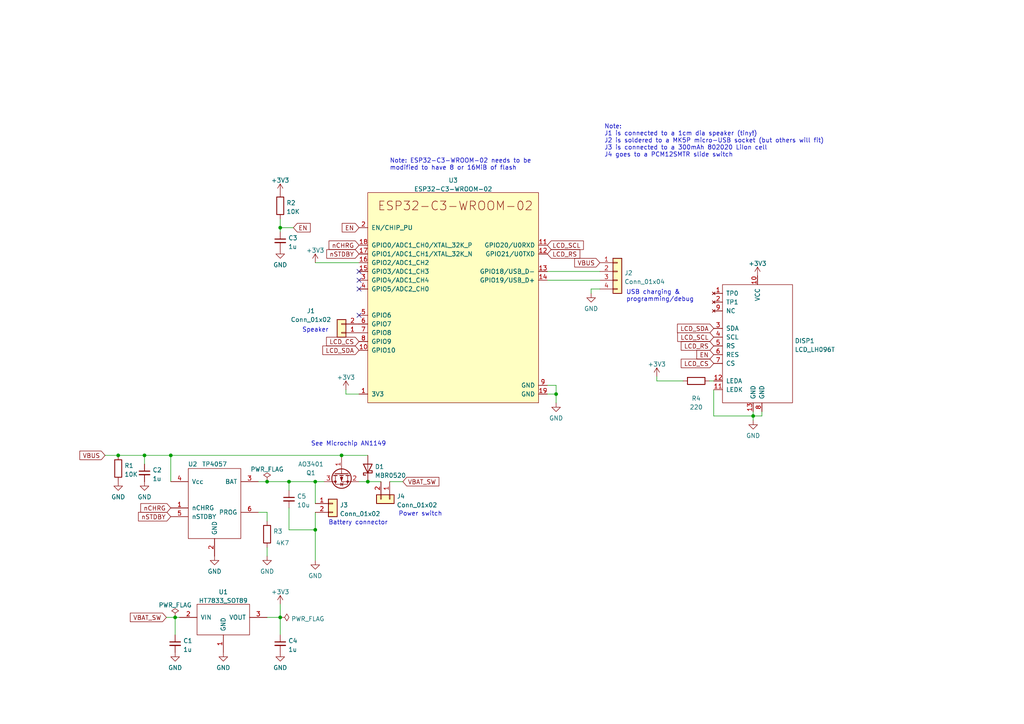
<source format=kicad_sch>
(kicad_sch (version 20211123) (generator eeschema)
  (paper "A4")
  (lib_symbols
    (symbol "Connector_Generic:Conn_01x02" (pin_names (offset 1.016) hide)
      (property "Reference" "J" (at 0 2.54 0))
      (property "Value" "Conn_01x02" (at 0 -5.08 0))
      (symbol "Conn_01x02_1_1"
        (rectangle (start -1.27 -2.413) (end 0 -2.667) (stroke (width 0.1524)))
        (rectangle (start -1.27 0.127) (end 0 -0.127) (stroke (width 0.1524)))
        (rectangle (start -1.27 1.27) (end 1.27 -3.81) (stroke (width 0.254)) (fill (type background)))
        (pin passive line (at -5.08 0 0) (length 3.81) (name "Pin_1") (number "1"))
        (pin passive line (at -5.08 -2.54 0) (length 3.81) (name "Pin_2") (number "2"))
      )
    )
    (symbol "Connector_Generic:Conn_01x04" (pin_names (offset 1.016) hide)
      (property "Reference" "J" (at 0 5.08 0))
      (property "Value" "Conn_01x04" (at 0 -7.62 0))
      (symbol "Conn_01x04_1_1"
        (rectangle (start -1.27 -4.953) (end 0 -5.207) (stroke (width 0.1524)))
        (rectangle (start -1.27 -2.413) (end 0 -2.667) (stroke (width 0.1524)))
        (rectangle (start -1.27 0.127) (end 0 -0.127) (stroke (width 0.1524)))
        (rectangle (start -1.27 2.667) (end 0 2.413) (stroke (width 0.1524)))
        (rectangle (start -1.27 3.81) (end 1.27 -6.35) (stroke (width 0.254)) (fill (type background)))
        (pin passive line (at -5.08 2.54 0) (length 3.81) (name "Pin_1") (number "1"))
        (pin passive line (at -5.08 0 0) (length 3.81) (name "Pin_2") (number "2"))
        (pin passive line (at -5.08 -2.54 0) (length 3.81) (name "Pin_3") (number "3"))
        (pin passive line (at -5.08 -5.08 0) (length 3.81) (name "Pin_4") (number "4"))
      )
    )
    (symbol "Device:C_Small" (pin_numbers hide) (pin_names (offset 0.254) hide)
      (property "Reference" "C" (at 0.254 1.778 0))
      (property "Value" "C_Small" (at 0.254 -2.032 0))
      (symbol "C_Small_0_1"
        (polyline (pts (xy -1.524 -0.508) (xy 1.524 -0.508)) (stroke (width 0.3302)))
        (polyline (pts (xy -1.524 0.508) (xy 1.524 0.508)) (stroke (width 0.3048)))
      )
      (symbol "C_Small_1_1"
        (pin passive line (at 0 2.54 270) (length 2.032) (name "~") (number "1"))
        (pin passive line (at 0 -2.54 90) (length 2.032) (name "~") (number "2"))
      )
    )
    (symbol "Device:R" (pin_numbers hide) (pin_names (offset 0))
      (property "Reference" "R" (at 2.032 0 90))
      (property "Value" "R" (at 0 0 90))
      (symbol "R_0_1"
        (rectangle (start -1.016 -2.54) (end 1.016 2.54) (stroke (width 0.254)))
      )
      (symbol "R_1_1"
        (pin passive line (at 0 3.81 270) (length 1.27) (name "~") (number "1"))
        (pin passive line (at 0 -3.81 90) (length 1.27) (name "~") (number "2"))
      )
    )
    (symbol "Diode:MBR0520" (pin_numbers hide) (pin_names (offset 1.016) hide)
      (property "Reference" "D" (at 0 2.54 0))
      (property "Value" "MBR0520" (at 0 -2.54 0))
      (symbol "MBR0520_0_1"
        (polyline (pts (xy 1.27 0) (xy -1.27 0)))
        (polyline (pts (xy 1.27 1.27) (xy 1.27 -1.27) (xy -1.27 0) (xy 1.27 1.27)) (stroke (width 0.254)))
        (polyline (pts (xy -1.905 0.635) (xy -1.905 1.27) (xy -1.27 1.27) (xy -1.27 -1.27) (xy -0.635 -1.27) (xy -0.635 -0.635)) (stroke (width 0.254)))
      )
      (symbol "MBR0520_1_1"
        (pin passive line (at -3.81 0 0) (length 2.54) (name "K") (number "1"))
        (pin passive line (at 3.81 0 180) (length 2.54) (name "A") (number "2"))
      )
    )
    (symbol "Espressif:ESP32-C3-WROOM-02" (pin_names (offset 1.016))
      (property "Reference" "U" (at 0 33.02 0))
      (property "Value" "ESP32-C3-WROOM-02" (at 0 -30.48 0))
      (symbol "ESP32-C3-WROOM-02_0_0"
        (text "ESP32-C3-WROOM-02" (at 1.27 27.94 0) (effects (font (size 2.54 2.54))))
      )
      (symbol "ESP32-C3-WROOM-02_0_1"
        (rectangle (start -24.13 31.75) (end 25.4 -29.21) (fill (type background)))
      )
      (symbol "ESP32-C3-WROOM-02_1_1"
        (pin power_in line (at -26.67 -26.67 0) (length 2.54) (name "3V3") (number "1"))
        (pin bidirectional line (at -26.67 -13.97 0) (length 2.54) (name "GPIO10") (number "10"))
        (pin bidirectional line (at 27.94 16.51 180) (length 2.54) (name "GPIO20/U0RXD") (number "11"))
        (pin bidirectional line (at 27.94 13.97 180) (length 2.54) (name "GPIO21/U0TXD") (number "12"))
        (pin bidirectional line (at 27.94 8.89 180) (length 2.54) (name "GPIO18/USB_D-") (number "13"))
        (pin bidirectional line (at 27.94 6.35 180) (length 2.54) (name "GPIO19/USB_D+") (number "14"))
        (pin bidirectional line (at -26.67 8.89 0) (length 2.54) (name "GPIO3/ADC1_CH3") (number "15"))
        (pin bidirectional line (at -26.67 11.43 0) (length 2.54) (name "GPIO2/ADC1_CH2") (number "16"))
        (pin bidirectional line (at -26.67 13.97 0) (length 2.54) (name "GPIO1/ADC1_CH1/XTAL_32K_N") (number "17"))
        (pin bidirectional line (at -26.67 16.51 0) (length 2.54) (name "GPIO0/ADC1_CH0/XTAL_32K_P") (number "18"))
        (pin power_in line (at 27.94 -26.67 180) (length 2.54) (name "GND") (number "19"))
        (pin input line (at -26.67 21.59 0) (length 2.54) (name "EN/CHIP_PU") (number "2"))
        (pin bidirectional line (at -26.67 6.35 0) (length 2.54) (name "GPIO4/ADC1_CH4") (number "3"))
        (pin bidirectional line (at -26.67 3.81 0) (length 2.54) (name "GPIO5/ADC2_CH0") (number "4"))
        (pin bidirectional line (at -26.67 -3.81 0) (length 2.54) (name "GPIO6") (number "5"))
        (pin bidirectional line (at -26.67 -6.35 0) (length 2.54) (name "GPIO7") (number "6"))
        (pin bidirectional line (at -26.67 -8.89 0) (length 2.54) (name "GPIO8") (number "7"))
        (pin bidirectional line (at -26.67 -11.43 0) (length 2.54) (name "GPIO9") (number "8"))
        (pin power_in line (at 27.94 -24.13 180) (length 2.54) (name "GND") (number "9"))
      )
    )
    (symbol "Jeroens lib:AO3401" (pin_names (offset 0) hide)
      (property "Reference" "Q" (at 5.08 1.905 0))
      (property "Value" "AO3401" (at 5.08 0 0))
      (symbol "AO3401_0_1"
        (polyline (pts (xy 0 0) (xy 0.254 0)))
        (polyline (pts (xy 0.762 -1.778) (xy 2.54 -1.778)))
        (polyline (pts (xy 0.762 -1.27) (xy 0.762 -2.286)) (stroke (width 0.254)))
        (polyline (pts (xy 0.762 0) (xy 2.54 0)))
        (polyline (pts (xy 0.762 0.508) (xy 0.762 -0.508)) (stroke (width 0.254)))
        (polyline (pts (xy 0.762 1.778) (xy 2.54 1.778)))
        (polyline (pts (xy 0.762 2.286) (xy 0.762 1.27)) (stroke (width 0.254)))
        (polyline (pts (xy 2.54 -1.778) (xy 2.54 -2.54)))
        (polyline (pts (xy 2.54 -1.778) (xy 2.54 0)))
        (polyline (pts (xy 2.54 2.54) (xy 2.54 1.778)))
        (polyline (pts (xy 0.254 1.905) (xy 0.254 -1.905) (xy 0.254 -1.905)) (stroke (width 0.254)))
        (polyline (pts (xy 2.286 0) (xy 1.27 -0.381) (xy 1.27 0.381) (xy 2.286 0)) (fill (type outline)))
        (polyline (pts (xy 2.54 -1.778) (xy 3.302 -1.778) (xy 3.302 1.778) (xy 2.54 1.778)))
        (polyline (pts (xy 2.794 -0.508) (xy 2.921 -0.381) (xy 3.683 -0.381) (xy 3.81 -0.254)))
        (polyline (pts (xy 3.302 -0.381) (xy 2.921 0.254) (xy 3.683 0.254) (xy 3.302 -0.381)))
        (circle (center 1.651 0) (radius 2.8194) (stroke (width 0.254)))
        (circle (center 2.54 -1.778) (radius 0.2794) (fill (type outline)))
        (circle (center 2.54 1.778) (radius 0.2794) (fill (type outline)))
      )
      (symbol "AO3401_1_1"
        (pin input line (at -5.08 0 0) (length 5.08) (name "G") (number "1"))
        (pin passive line (at 2.54 -5.08 90) (length 2.54) (name "S") (number "2"))
        (pin passive line (at 2.54 5.08 270) (length 2.54) (name "D") (number "3"))
      )
    )
    (symbol "Jeroens lib:HT7833_SOT89" (pin_names (offset 1.016))
      (property "Reference" "U" (at -6.35 5.08 0))
      (property "Value" "HT7833_SOT89" (at 0 2.54 0))
      (symbol "HT7833_SOT89_0_1"
        (rectangle (start -7.62 3.81) (end 7.62 -5.08))
      )
      (symbol "HT7833_SOT89_1_1"
        (pin power_in line (at 0 -10.16 90) (length 5.08) (name "GND") (number "1"))
        (pin power_in line (at -12.7 0 0) (length 5.08) (name "VIN") (number "2"))
        (pin power_out line (at 12.7 0 180) (length 5.08) (name "VOUT") (number "3"))
      )
    )
    (symbol "Jeroens lib:LCD_LH096T" (pin_names (offset 1.016))
      (property "Reference" "DISP" (at -7.62 15.24 0))
      (property "Value" "LCD_LH096T" (at 1.27 0 0))
      (symbol "LCD_LH096T_0_1"
        (rectangle (start -10.16 13.97) (end 10.16 -20.32))
      )
      (symbol "LCD_LH096T_1_1"
        (pin no_connect line (at -12.7 11.43 0) (length 2.54) (name "TP0") (number "1"))
        (pin input line (at 0 16.51 270) (length 2.54) (name "VCC") (number "10"))
        (pin power_in line (at -12.7 -16.51 0) (length 2.54) (name "LEDK") (number "11"))
        (pin power_in line (at -12.7 -13.97 0) (length 2.54) (name "LEDA") (number "12"))
        (pin power_in line (at -1.27 -22.86 90) (length 2.54) (name "GND") (number "13"))
        (pin no_connect line (at -12.7 8.89 0) (length 2.54) (name "TP1") (number "2"))
        (pin input line (at -12.7 1.27 0) (length 2.54) (name "SDA") (number "3"))
        (pin input line (at -12.7 -1.27 0) (length 2.54) (name "SCL") (number "4"))
        (pin input line (at -12.7 -3.81 0) (length 2.54) (name "RS") (number "5"))
        (pin input line (at -12.7 -6.35 0) (length 2.54) (name "RES") (number "6"))
        (pin input line (at -12.7 -8.89 0) (length 2.54) (name "CS") (number "7"))
        (pin power_in line (at 1.27 -22.86 90) (length 2.54) (name "GND") (number "8"))
        (pin no_connect line (at -12.7 6.35 0) (length 2.54) (name "NC") (number "9"))
      )
    )
    (symbol "Jeroens lib:TP4057" (pin_names (offset 1.016))
      (property "Reference" "U" (at -6.35 11.43 0))
      (property "Value" "TP4057" (at 0 8.89 0))
      (symbol "TP4057_0_1"
        (rectangle (start -7.62 10.16) (end 7.62 -10.16))
      )
      (symbol "TP4057_1_1"
        (pin open_collector line (at -12.7 -1.27 0) (length 5.08) (name "nCHRG") (number "1"))
        (pin power_in line (at 0 -15.24 90) (length 5.08) (name "GND") (number "2"))
        (pin power_in line (at 12.7 6.35 180) (length 5.08) (name "BAT") (number "3"))
        (pin power_in line (at -12.7 6.35 0) (length 5.08) (name "Vcc") (number "4"))
        (pin open_collector line (at -12.7 -3.81 0) (length 5.08) (name "nSTDBY") (number "5"))
        (pin input line (at 12.7 -2.54 180) (length 5.08) (name "PROG") (number "6"))
      )
    )
    (symbol "power:+3V3" (power) (pin_names (offset 0))
      (property "Value" "+3V3" (at 0 3.556 0))
      (symbol "+3V3_0_1"
        (polyline (pts (xy -0.762 1.27) (xy 0 2.54)))
        (polyline (pts (xy 0 0) (xy 0 2.54)))
        (polyline (pts (xy 0 2.54) (xy 0.762 1.27)))
      )
      (symbol "+3V3_1_1"
        (pin power_in line (at 0 0 90) (length 0) hide (name "+3V3") (number "1"))
      )
    )
    (symbol "power:GND" (power) (pin_names (offset 0))
      (property "Value" "GND" (at 0 -3.81 0))
      (symbol "GND_0_1"
        (polyline (pts (xy 0 0) (xy 0 -1.27) (xy 1.27 -1.27) (xy 0 -2.54) (xy -1.27 -1.27) (xy 0 -1.27)))
      )
      (symbol "GND_1_1"
        (pin power_in line (at 0 0 270) (length 0) hide (name "GND") (number "1"))
      )
    )
    (symbol "power:PWR_FLAG" (power) (pin_numbers hide) (pin_names (offset 0) hide)
      (property "Value" "PWR_FLAG" (at 0 3.81 0))
      (symbol "PWR_FLAG_0_0"
        (pin power_out line (at 0 0 90) (length 0) (name "pwr") (number "1"))
      )
      (symbol "PWR_FLAG_0_1"
        (polyline (pts (xy 0 0) (xy 0 1.27) (xy -1.016 1.905) (xy 0 2.54) (xy 1.016 1.905) (xy 0 1.27)))
      )
    )
  )
  (junction (at 41.91 132.08))
  (junction (at 106.68 139.7))
  (junction (at 91.44 139.7))
  (junction (at 99.06 132.08))
  (junction (at 81.28 179.07))
  (junction (at 91.44 153.67))
  (junction (at 161.29 114.3))
  (junction (at 218.44 120.65))
  (junction (at 50.8 179.07))
  (junction (at 77.47 139.7))
  (junction (at 34.29 132.08))
  (junction (at 83.82 139.7))
  (junction (at 49.53 132.08))
  (junction (at 81.28 66.04))
  (no_connect (at 104.14 91.44))
  (no_connect (at 104.14 81.28))
  (no_connect (at 104.14 83.82))
  (no_connect (at 104.14 78.74))
  (wire (pts (xy 158.75 111.76) (xy 161.29 111.76)))
  (wire (pts (xy 50.8 179.07) (xy 52.07 179.07)))
  (wire (pts (xy 218.44 119.38) (xy 218.44 120.65)))
  (wire (pts (xy 83.82 147.32) (xy 83.82 153.67)))
  (wire (pts (xy 50.8 179.07) (xy 50.8 184.15)))
  (wire (pts (xy 34.29 132.08) (xy 41.91 132.08)))
  (wire (pts (xy 190.5 110.49) (xy 198.12 110.49)))
  (wire (pts (xy 81.28 63.5) (xy 81.28 66.04)))
  (wire (pts (xy 207.01 113.03) (xy 207.01 120.65)))
  (wire (pts (xy 74.93 148.59) (xy 77.47 148.59)))
  (wire (pts (xy 81.28 66.04) (xy 81.28 67.31)))
  (wire (pts (xy 158.75 81.28) (xy 173.99 81.28)))
  (wire (pts (xy 48.26 179.07) (xy 50.8 179.07)))
  (wire (pts (xy 91.44 76.2) (xy 104.14 76.2)))
  (wire (pts (xy 99.06 132.08) (xy 106.68 132.08)))
  (wire (pts (xy 161.29 114.3) (xy 161.29 116.84)))
  (wire (pts (xy 91.44 139.7) (xy 91.44 146.05)))
  (wire (pts (xy 74.93 139.7) (xy 77.47 139.7)))
  (wire (pts (xy 49.53 132.08) (xy 49.53 139.7)))
  (wire (pts (xy 158.75 78.74) (xy 173.99 78.74)))
  (wire (pts (xy 205.74 110.49) (xy 207.01 110.49)))
  (wire (pts (xy 171.45 83.82) (xy 173.99 83.82)))
  (wire (pts (xy 83.82 153.67) (xy 91.44 153.67)))
  (wire (pts (xy 91.44 162.56) (xy 91.44 153.67)))
  (wire (pts (xy 81.28 66.04) (xy 85.09 66.04)))
  (wire (pts (xy 100.33 113.03) (xy 100.33 114.3)))
  (wire (pts (xy 171.45 85.09) (xy 171.45 83.82)))
  (wire (pts (xy 77.47 148.59) (xy 77.47 151.13)))
  (wire (pts (xy 83.82 139.7) (xy 91.44 139.7)))
  (wire (pts (xy 106.68 139.7) (xy 110.49 139.7)))
  (wire (pts (xy 30.48 132.08) (xy 34.29 132.08)))
  (wire (pts (xy 91.44 148.59) (xy 91.44 153.67)))
  (wire (pts (xy 77.47 179.07) (xy 81.28 179.07)))
  (wire (pts (xy 207.01 120.65) (xy 218.44 120.65)))
  (wire (pts (xy 218.44 120.65) (xy 218.44 121.92)))
  (wire (pts (xy 113.03 139.7) (xy 116.84 139.7)))
  (wire (pts (xy 41.91 132.08) (xy 49.53 132.08)))
  (wire (pts (xy 77.47 158.75) (xy 77.47 161.29)))
  (wire (pts (xy 83.82 139.7) (xy 83.82 142.24)))
  (wire (pts (xy 100.33 114.3) (xy 104.14 114.3)))
  (wire (pts (xy 218.44 120.65) (xy 220.98 120.65)))
  (wire (pts (xy 158.75 114.3) (xy 161.29 114.3)))
  (wire (pts (xy 104.14 139.7) (xy 106.68 139.7)))
  (wire (pts (xy 91.44 139.7) (xy 93.98 139.7)))
  (wire (pts (xy 41.91 134.62) (xy 41.91 132.08)))
  (wire (pts (xy 77.47 139.7) (xy 83.82 139.7)))
  (wire (pts (xy 81.28 179.07) (xy 81.28 184.15)))
  (wire (pts (xy 190.5 109.22) (xy 190.5 110.49)))
  (wire (pts (xy 81.28 175.26) (xy 81.28 179.07)))
  (wire (pts (xy 161.29 111.76) (xy 161.29 114.3)))
  (wire (pts (xy 49.53 132.08) (xy 99.06 132.08)))
  (wire (pts (xy 220.98 119.38) (xy 220.98 120.65)))
  (text "See Microchip AN1149" (at 90.17 129.54 0) (effects (font (size 1.27 1.27)) (justify left bottom)))
  (text "Battery connector" (at 95.25 152.4 0) (effects (font (size 1.27 1.27)) (justify left bottom)))
  (text "Speaker" (at 87.63 96.52 0) (effects (font (size 1.27 1.27)) (justify left bottom)))
  (text "Note: ESP32-C3-WROOM-02 needs to be \nmodified to have 8 or 16MiB of flash" (at 113.03 49.53 0) (effects (font (size 1.27 1.27)) (justify left bottom)))
  (text "Power switch" (at 115.57 149.86 0) (effects (font (size 1.27 1.27)) (justify left bottom)))
  (text "USB charging & \nprogramming/debug" (at 181.61 87.63 0) (effects (font (size 1.27 1.27)) (justify left bottom)))
  (text "Note:\nJ1 is connected to a 1cm dia speaker (tiny!)\nJ2 is soldered to a MK5P micro-USB socket (but others will fit)\nJ3 is connected to a 300mAh 802020 LiIon cell\nJ4 goes to a PCM12SMTR slide switch\n" (at 175.26 45.72 0) (effects (font (size 1.27 1.27)) (justify left bottom)))
  (global_label "VBAT_SW" (shape input) (at 116.84 139.7 0) (property "Intersheet References" "${INTERSHEET_REFS}" (effects hide)))
  (global_label "VBUS" (shape input) (at 30.48 132.08 180) (property "Intersheet References" "${INTERSHEET_REFS}" (effects hide)))
  (global_label "EN" (shape input) (at 85.09 66.04 0) (property "Intersheet References" "${INTERSHEET_REFS}" (effects hide)))
  (global_label "LCD_CS" (shape input) (at 104.14 99.06 180) (property "Intersheet References" "${INTERSHEET_REFS}" (effects hide)))
  (global_label "nCHRG" (shape input) (at 104.14 71.12 180) (property "Intersheet References" "${INTERSHEET_REFS}" (effects hide)))
  (global_label "nCHRG" (shape input) (at 49.53 147.32 180) (property "Intersheet References" "${INTERSHEET_REFS}" (effects hide)))
  (global_label "EN" (shape input) (at 207.01 102.87 180) (property "Intersheet References" "${INTERSHEET_REFS}" (effects hide)))
  (global_label "EN" (shape input) (at 104.14 66.04 180) (property "Intersheet References" "${INTERSHEET_REFS}" (effects hide)))
  (global_label "nSTDBY" (shape input) (at 49.53 149.86 180) (property "Intersheet References" "${INTERSHEET_REFS}" (effects hide)))
  (global_label "LCD_RS" (shape input) (at 207.01 100.33 180) (property "Intersheet References" "${INTERSHEET_REFS}" (effects hide)))
  (global_label "VBAT_SW" (shape input) (at 48.26 179.07 180) (property "Intersheet References" "${INTERSHEET_REFS}" (effects hide)))
  (global_label "nSTDBY" (shape input) (at 104.14 73.66 180) (property "Intersheet References" "${INTERSHEET_REFS}" (effects hide)))
  (global_label "LCD_RS" (shape input) (at 158.75 73.66 0) (property "Intersheet References" "${INTERSHEET_REFS}" (effects hide)))
  (global_label "VBUS" (shape input) (at 173.99 76.2 180) (property "Intersheet References" "${INTERSHEET_REFS}" (effects hide)))
  (global_label "LCD_CS" (shape input) (at 207.01 105.41 180) (property "Intersheet References" "${INTERSHEET_REFS}" (effects hide)))
  (global_label "LCD_SDA" (shape input) (at 104.14 101.6 180) (property "Intersheet References" "${INTERSHEET_REFS}" (effects hide)))
  (global_label "LCD_SCL" (shape input) (at 207.01 97.79 180) (property "Intersheet References" "${INTERSHEET_REFS}" (effects hide)))
  (global_label "LCD_SCL" (shape input) (at 158.75 71.12 0) (property "Intersheet References" "${INTERSHEET_REFS}" (effects hide)))
  (global_label "LCD_SDA" (shape input) (at 207.01 95.25 180) (property "Intersheet References" "${INTERSHEET_REFS}" (effects hide)))
  (symbol (lib_id "Connector_Generic:Conn_01x02") (at 99.06 96.52 180) (unit 1) (in_bom no)
    (property "Reference" "J1" (at 90.17 90.17 0))
    (property "Value" "Conn_01x02" (at 90.17 92.71 0))
    (property "Footprint" "Connector_PinHeader_1.27mm:PinHeader_1x02_P1.27mm_Vertical" (effects hide))
  )
  (symbol (lib_id "power:+3V3") (at 81.28 175.26 0) (unit 1)
    (property "Reference" "#PWR0109" (effects hide))
    (property "Value" "+3V3" (at 81.28 171.6842 0))
  )
  (symbol (lib_id "Device:C_Small") (at 81.28 69.85 0) (unit 1)
    (property "Reference" "C3" (at 83.6041 69.0216 0) (effects (justify left)))
    (property "Value" "1u" (at 83.6041 71.5585 0) (effects (justify left)))
    (property "Footprint" "Capacitor_SMD:C_0603_1608Metric" (effects hide))
  )
  (symbol (lib_id "power:GND") (at 41.91 139.7 0) (unit 1)
    (property "Reference" "#PWR0104" (effects hide))
    (property "Value" "GND" (at 41.91 144.1434 0))
  )
  (symbol (lib_id "Espressif:ESP32-C3-WROOM-02") (at 130.81 87.63 0) (unit 1)
    (property "Reference" "U3" (at 131.445 52.3072 0))
    (property "Value" "ESP32-C3-WROOM-02" (at 131.445 54.8441 0))
    (property "Footprint" "Espressif:ESP32-C3-WROOM-02" (effects hide))
    (property "Datasheet" "https://www.espressif.com/sites/default/files/documentation/esp32-c3-wroom-02_datasheet_en.pdf" (effects hide))
  )
  (symbol (lib_id "power:GND") (at 77.47 161.29 0) (unit 1)
    (property "Reference" "#PWR0103" (effects hide))
    (property "Value" "GND" (at 77.47 165.7334 0))
  )
  (symbol (lib_id "Device:R") (at 201.93 110.49 90) (unit 1)
    (property "Reference" "R4" (at 201.93 115.57 90))
    (property "Value" "220" (at 201.93 118.11 90))
    (property "Footprint" "Resistor_SMD:R_0603_1608Metric" (effects hide))
  )
  (symbol (lib_id "power:+3V3") (at 219.71 80.01 0) (unit 1)
    (property "Reference" "#PWR0115" (effects hide))
    (property "Value" "+3V3" (at 219.71 76.4342 0))
  )
  (symbol (lib_id "Device:C_Small") (at 83.82 144.78 0) (unit 1)
    (property "Reference" "C5" (at 86.1441 143.9516 0) (effects (justify left)))
    (property "Value" "10u" (at 86.1441 146.4885 0) (effects (justify left)))
    (property "Footprint" "Capacitor_SMD:C_0805_2012Metric" (effects hide))
  )
  (symbol (lib_id "Device:C_Small") (at 50.8 186.69 0) (unit 1)
    (property "Reference" "C1" (at 53.1241 185.8616 0) (effects (justify left)))
    (property "Value" "1u" (at 53.1241 188.3985 0) (effects (justify left)))
    (property "Footprint" "Capacitor_SMD:C_0603_1608Metric" (effects hide))
  )
  (symbol (lib_id "power:GND") (at 34.29 139.7 0) (unit 1)
    (property "Reference" "#PWR0105" (effects hide))
    (property "Value" "GND" (at 34.29 144.1434 0))
  )
  (symbol (lib_id "power:+3V3") (at 100.33 113.03 0) (unit 1)
    (property "Reference" "#PWR0112" (effects hide))
    (property "Value" "+3V3" (at 100.33 109.4542 0))
  )
  (symbol (lib_id "power:GND") (at 81.28 189.23 0) (unit 1)
    (property "Reference" "#PWR0107" (effects hide))
    (property "Value" "GND" (at 81.28 193.6734 0))
  )
  (symbol (lib_id "Device:R") (at 77.47 154.94 0) (unit 1)
    (property "Reference" "R3" (at 79.248 154.1053 0) (effects (justify left)))
    (property "Value" "4K7" (at 80.01 157.48 0) (effects (justify left)))
    (property "Footprint" "Resistor_SMD:R_0603_1608Metric" (effects hide))
  )
  (symbol (lib_id "Jeroens lib:LCD_LH096T") (at 219.71 96.52 0) (unit 1)
    (property "Reference" "DISP1" (at 230.505 98.8603 0) (effects (justify left)))
    (property "Value" "LCD_LH096T" (at 230.505 101.3972 0) (effects (justify left)))
    (property "Footprint" "jeroens_lib:LCD_LH086T" (effects hide))
    (property "Datasheet" "http://www.jmdlcd.com/downloadRepository/f743f83e-f761-4d72-b1f0-3fcd0ae34dc2.pdf" (effects hide))
  )
  (symbol (lib_id "power:PWR_FLAG") (at 77.47 139.7 0) (unit 1)
    (property "Reference" "#FLG0101" (effects hide))
    (property "Value" "PWR_FLAG" (at 77.47 136.1242 0))
  )
  (symbol (lib_id "Connector_Generic:Conn_01x04") (at 179.07 78.74 0) (unit 1) (in_bom no)
    (property "Reference" "J2" (at 181.102 79.1753 0) (effects (justify left)))
    (property "Value" "Conn_01x04" (at 181.102 81.7122 0) (effects (justify left)))
    (property "Footprint" "Connector_PinHeader_1.27mm:PinHeader_1x04_P1.27mm_Vertical" (effects hide))
  )
  (symbol (lib_id "Device:C_Small") (at 81.28 186.69 0) (unit 1)
    (property "Reference" "C4" (at 83.6041 185.8616 0) (effects (justify left)))
    (property "Value" "1u" (at 83.6041 188.3985 0) (effects (justify left)))
    (property "Footprint" "Capacitor_SMD:C_0603_1608Metric" (effects hide))
  )
  (symbol (lib_id "power:PWR_FLAG") (at 50.8 179.07 0) (unit 1)
    (property "Reference" "#FLG0102" (effects hide))
    (property "Value" "PWR_FLAG" (at 50.8 175.4942 0))
  )
  (symbol (lib_id "power:GND") (at 50.8 189.23 0) (unit 1)
    (property "Reference" "#PWR0106" (effects hide))
    (property "Value" "GND" (at 50.8 193.6734 0))
  )
  (symbol (lib_id "Device:C_Small") (at 41.91 137.16 0) (unit 1)
    (property "Reference" "C2" (at 44.2341 136.3316 0) (effects (justify left)))
    (property "Value" "1u" (at 44.2341 138.8685 0) (effects (justify left)))
    (property "Footprint" "Capacitor_SMD:C_0603_1608Metric" (effects hide))
  )
  (symbol (lib_id "Jeroens lib:TP4057") (at 62.23 146.05 0) (unit 1)
    (property "Reference" "U2" (at 55.88 134.62 0))
    (property "Value" "TP4057" (at 62.23 134.62 0))
    (property "Footprint" "Package_TO_SOT_SMD:SOT-23-6" (effects hide))
    (property "Datasheet" "https://www.datasheet-pdf.info/attach/1/3887467401.pdf" (effects hide))
  )
  (symbol (lib_id "power:PWR_FLAG") (at 81.28 179.07 270) (unit 1)
    (property "Reference" "#FLG0103" (effects hide))
    (property "Value" "PWR_FLAG" (at 84.455 179.5038 90) (effects (justify left)))
  )
  (symbol (lib_id "power:GND") (at 91.44 162.56 0) (unit 1)
    (property "Reference" "#PWR0101" (effects hide))
    (property "Value" "GND" (at 91.44 167.0034 0))
  )
  (symbol (lib_id "power:+3V3") (at 91.44 76.2 0) (unit 1)
    (property "Reference" "#PWR?" (effects hide))
    (property "Value" "+3V3" (at 91.44 72.6242 0))
  )
  (symbol (lib_id "Connector_Generic:Conn_01x02") (at 113.03 144.78 270) (unit 1) (in_bom no)
    (property "Reference" "J4" (at 115.062 143.9453 90) (effects (justify left)))
    (property "Value" "Conn_01x02" (at 115.062 146.4822 90) (effects (justify left)))
    (property "Footprint" "Connector_PinHeader_1.27mm:PinHeader_1x02_P1.27mm_Vertical" (effects hide))
  )
  (symbol (lib_id "Jeroens lib:AO3401") (at 99.06 137.16 90) (mirror x) (unit 1)
    (property "Reference" "Q1" (at 90.17 137.16 90))
    (property "Value" "AO3401" (at 90.17 134.62 90))
    (property "Footprint" "Package_TO_SOT_SMD:SOT-23" (effects hide))
    (property "Datasheet" "http://www.aosmd.com/res/data_sheets/AO3401.pdf" (effects hide))
  )
  (symbol (lib_id "power:GND") (at 81.28 72.39 0) (unit 1)
    (property "Reference" "#PWR0110" (effects hide))
    (property "Value" "GND" (at 81.28 76.8334 0))
  )
  (symbol (lib_id "power:GND") (at 171.45 85.09 0) (unit 1)
    (property "Reference" "#PWR0114" (effects hide))
    (property "Value" "GND" (at 171.45 89.5334 0))
  )
  (symbol (lib_id "Device:R") (at 34.29 135.89 0) (unit 1)
    (property "Reference" "R1" (at 36.068 135.0553 0) (effects (justify left)))
    (property "Value" "10K" (at 36.068 137.5922 0) (effects (justify left)))
    (property "Footprint" "Resistor_SMD:R_0603_1608Metric" (effects hide))
  )
  (symbol (lib_id "Jeroens lib:HT7833_SOT89") (at 64.77 179.07 0) (unit 1)
    (property "Reference" "U1" (at 64.77 171.6872 0))
    (property "Value" "HT7833_SOT89" (at 64.77 174.2241 0))
    (property "Footprint" "Package_TO_SOT_SMD:SOT-89-3" (effects hide))
    (property "Datasheet" "http://www.holtek.com.tw/documents/10179/82844a36-1633-498c-a6e3-4d99f2d0f6d7" (effects hide))
  )
  (symbol (lib_id "Device:R") (at 81.28 59.69 0) (unit 1)
    (property "Reference" "R2" (at 83.058 58.8553 0) (effects (justify left)))
    (property "Value" "10K" (at 83.058 61.3922 0) (effects (justify left)))
    (property "Footprint" "Resistor_SMD:R_0603_1608Metric" (effects hide))
  )
  (symbol (lib_id "power:+3V3") (at 81.28 55.88 0) (unit 1)
    (property "Reference" "#PWR0111" (effects hide))
    (property "Value" "+3V3" (at 81.28 52.3042 0))
  )
  (symbol (lib_id "power:GND") (at 62.23 161.29 0) (unit 1)
    (property "Reference" "#PWR0102" (effects hide))
    (property "Value" "GND" (at 62.23 165.7334 0))
  )
  (symbol (lib_id "power:GND") (at 218.44 121.92 0) (unit 1)
    (property "Reference" "#PWR0116" (effects hide))
    (property "Value" "GND" (at 218.44 126.3634 0))
  )
  (symbol (lib_id "Diode:MBR0520") (at 106.68 135.89 90) (unit 1)
    (property "Reference" "D1" (at 108.712 135.3728 90) (effects (justify right)))
    (property "Value" "MBR0520" (at 108.712 137.9097 90) (effects (justify right)))
    (property "Footprint" "Diode_SMD:D_SOD-123" (effects hide))
    (property "Datasheet" "http://www.mccsemi.com/up_pdf/MBR0520~MBR0580(SOD123).pdf" (effects hide))
  )
  (symbol (lib_id "power:GND") (at 161.29 116.84 0) (unit 1)
    (property "Reference" "#PWR0113" (effects hide))
    (property "Value" "GND" (at 161.29 121.2834 0))
  )
  (symbol (lib_id "Connector_Generic:Conn_01x02") (at 96.52 146.05 0) (unit 1) (in_bom no)
    (property "Reference" "J3" (at 98.552 146.4853 0) (effects (justify left)))
    (property "Value" "Conn_01x02" (at 98.552 149.0222 0) (effects (justify left)))
    (property "Footprint" "Connector_PinHeader_1.27mm:PinHeader_1x02_P1.27mm_Vertical" (effects hide))
  )
  (symbol (lib_id "power:+3V3") (at 190.5 109.22 0) (unit 1)
    (property "Reference" "#PWR0117" (effects hide))
    (property "Value" "+3V3" (at 190.5 105.6442 0))
  )
  (symbol (lib_id "power:GND") (at 64.77 189.23 0) (unit 1)
    (property "Reference" "#PWR0108" (effects hide))
    (property "Value" "GND" (at 64.77 193.6734 0))
  )
)
</source>
